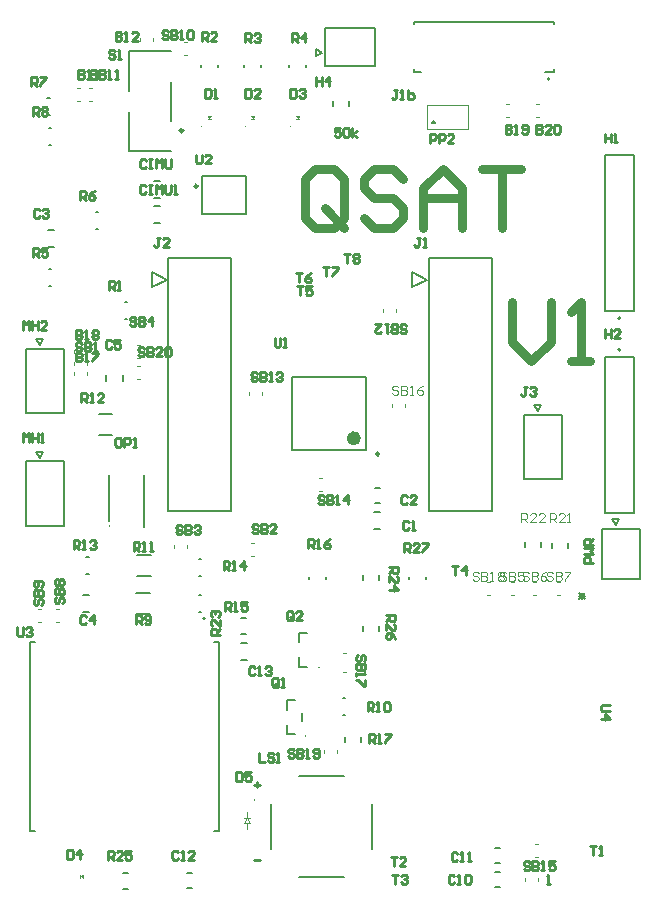
<source format=gto>
G04*
G04 #@! TF.GenerationSoftware,Altium Limited,Altium Designer,25.0.2 (28)*
G04*
G04 Layer_Color=65535*
%FSLAX44Y44*%
%MOMM*%
G71*
G04*
G04 #@! TF.SameCoordinates,2A483E41-FD86-4516-B0ED-3C6593A289C4*
G04*
G04*
G04 #@! TF.FilePolarity,Positive*
G04*
G01*
G75*
%ADD10C,0.2794*%
%ADD11C,0.2500*%
%ADD12C,0.1000*%
%ADD13C,0.2000*%
%ADD14C,0.6000*%
%ADD15C,0.1270*%
%ADD16C,0.1500*%
%ADD17C,0.1524*%
%ADD18C,0.2540*%
%ADD19C,0.7500*%
D10*
X150704Y652888D02*
G03*
X150704Y652888I-1414J0D01*
G01*
D11*
X162840Y605905D02*
G03*
X162840Y605905I-1250J0D01*
G01*
X316700Y379160D02*
G03*
X316700Y379160I-1250J0D01*
G01*
D12*
X57404Y27940D02*
G03*
X57404Y27940I-254J0D01*
G01*
X241554Y656590D02*
G03*
X241554Y656590I-254J0D01*
G01*
X203454D02*
G03*
X203454Y656590I-254J0D01*
G01*
X166624Y656710D02*
G03*
X166624Y656710I-254J0D01*
G01*
X113880Y729000D02*
Y731500D01*
X124880Y729000D02*
Y731500D01*
X63246Y20388D02*
Y22928D01*
X63840Y21658D02*
X66040Y20388D01*
Y22928D01*
X63840Y21658D02*
X66040Y22928D01*
X285770Y194100D02*
X288270D01*
X285770Y210600D02*
X288270D01*
X451270Y17800D02*
Y20300D01*
X440270Y17800D02*
Y20300D01*
X151150Y728130D02*
X153650D01*
X151150Y717130D02*
X153650D01*
X246312Y665480D02*
X247582Y663280D01*
X246312Y665480D02*
X248852D01*
X247582Y663280D02*
X248852Y665480D01*
X246312Y662686D02*
X248852D01*
X208212Y665480D02*
X209482Y663280D01*
X208212Y665480D02*
X210752D01*
X209482Y663280D02*
X210752Y665480D01*
X208212Y662686D02*
X210752D01*
X171382Y662806D02*
X173922D01*
X172652Y663400D02*
X173922Y665600D01*
X171382D02*
X173922D01*
X171382D02*
X172652Y663400D01*
X43200Y237070D02*
X45700D01*
X43200Y248070D02*
X45700D01*
X281300Y125750D02*
Y128250D01*
X270300Y125750D02*
Y128250D01*
X265450Y347560D02*
X267950D01*
X265450Y358560D02*
X267950D01*
X391900Y654040D02*
Y674540D01*
X357400Y654040D02*
X391900D01*
X357400D02*
Y674540D01*
X391900D01*
X424200Y675000D02*
X426700D01*
X424200Y664000D02*
X426700D01*
X201930Y66548D02*
X204470Y70947D01*
X201930Y66548D02*
X207010D01*
X204470Y70947D02*
X207010Y66548D01*
X201930Y71120D02*
X207010D01*
X204470Y61468D02*
Y66548D01*
Y70612D02*
Y75692D01*
X60980Y688760D02*
X63480D01*
X60980Y677760D02*
X63480D01*
X27960Y237070D02*
X30460D01*
X27960Y248070D02*
X30460D01*
X111780Y460380D02*
X114280D01*
X111780Y471380D02*
X114280D01*
X154090Y299740D02*
Y302240D01*
X143090Y299740D02*
Y302240D01*
X208300Y303950D02*
X210800D01*
X208300Y292950D02*
X210800D01*
X69000Y454680D02*
Y457180D01*
X58000Y454680D02*
Y457180D01*
X69000Y464840D02*
Y467340D01*
X58000Y464840D02*
Y467340D01*
X69000Y445790D02*
Y448290D01*
X58000Y445790D02*
Y448290D01*
X448330Y37890D02*
X450830D01*
X448330Y48890D02*
X450830D01*
X407690Y259930D02*
X410190D01*
X407690Y270930D02*
X410190D01*
X428010Y270720D02*
X430510D01*
X428010Y259720D02*
X430510D01*
X447060Y270930D02*
X449560D01*
X447060Y259930D02*
X449560D01*
X467380Y270930D02*
X469880D01*
X467380Y259930D02*
X469880D01*
X319620Y499130D02*
Y501630D01*
X330620Y499130D02*
Y501630D01*
X449600Y675000D02*
X452100D01*
X449600Y664000D02*
X452100D01*
X111780Y453810D02*
X114280D01*
X111780Y442810D02*
X114280D01*
X327450Y419120D02*
Y421620D01*
X338450Y419120D02*
Y421620D01*
X206590Y429280D02*
Y431780D01*
X217590Y429280D02*
Y431780D01*
X71140Y677760D02*
X73640D01*
X71140Y688760D02*
X73640D01*
X461153Y321371D02*
Y328869D01*
X464902D01*
X466151Y327619D01*
Y325120D01*
X464902Y323870D01*
X461153D01*
X463652D02*
X466151Y321371D01*
X473649D02*
X468650D01*
X473649Y326370D01*
Y327619D01*
X472399Y328869D01*
X469900D01*
X468650Y327619D01*
X476148Y321371D02*
X478647D01*
X477398D01*
Y328869D01*
X476148Y327619D01*
X437043Y321371D02*
Y328869D01*
X440792D01*
X442042Y327619D01*
Y325120D01*
X440792Y323870D01*
X437043D01*
X439542D02*
X442042Y321371D01*
X449539D02*
X444541D01*
X449539Y326370D01*
Y327619D01*
X448290Y328869D01*
X445790D01*
X444541Y327619D01*
X457037Y321371D02*
X452038D01*
X457037Y326370D01*
Y327619D01*
X455787Y328869D01*
X453288D01*
X452038Y327619D01*
X400818Y278089D02*
X399568Y279339D01*
X397069D01*
X395819Y278089D01*
Y276840D01*
X397069Y275590D01*
X399568D01*
X400818Y274340D01*
Y273091D01*
X399568Y271841D01*
X397069D01*
X395819Y273091D01*
X403317Y279339D02*
Y271841D01*
X407066D01*
X408315Y273091D01*
Y274340D01*
X407066Y275590D01*
X403317D01*
X407066D01*
X408315Y276840D01*
Y278089D01*
X407066Y279339D01*
X403317D01*
X410814Y271841D02*
X413314D01*
X412064D01*
Y279339D01*
X410814Y278089D01*
X417062D02*
X418312Y279339D01*
X420811D01*
X422061Y278089D01*
Y276840D01*
X420811Y275590D01*
X422061Y274340D01*
Y273091D01*
X420811Y271841D01*
X418312D01*
X417062Y273091D01*
Y274340D01*
X418312Y275590D01*
X417062Y276840D01*
Y278089D01*
X418312Y275590D02*
X420811D01*
X332912Y435508D02*
X331663Y436758D01*
X329164D01*
X327914Y435508D01*
Y434258D01*
X329164Y433009D01*
X331663D01*
X332912Y431759D01*
Y430510D01*
X331663Y429260D01*
X329164D01*
X327914Y430510D01*
X335412Y436758D02*
Y429260D01*
X339160D01*
X340410Y430510D01*
Y431759D01*
X339160Y433009D01*
X335412D01*
X339160D01*
X340410Y434258D01*
Y435508D01*
X339160Y436758D01*
X335412D01*
X342909Y429260D02*
X345408D01*
X344159D01*
Y436758D01*
X342909Y435508D01*
X354156Y436758D02*
X351656Y435508D01*
X349157Y433009D01*
Y430510D01*
X350407Y429260D01*
X352906D01*
X354156Y430510D01*
Y431759D01*
X352906Y433009D01*
X349157D01*
X463632Y278089D02*
X462382Y279339D01*
X459883D01*
X458633Y278089D01*
Y276840D01*
X459883Y275590D01*
X462382D01*
X463632Y274340D01*
Y273091D01*
X462382Y271841D01*
X459883D01*
X458633Y273091D01*
X466131Y279339D02*
Y271841D01*
X469880D01*
X471129Y273091D01*
Y274340D01*
X469880Y275590D01*
X466131D01*
X469880D01*
X471129Y276840D01*
Y278089D01*
X469880Y279339D01*
X466131D01*
X473628D02*
X478627D01*
Y278089D01*
X473628Y273091D01*
Y271841D01*
X443312Y278089D02*
X442062Y279339D01*
X439563D01*
X438313Y278089D01*
Y276840D01*
X439563Y275590D01*
X442062D01*
X443312Y274340D01*
Y273091D01*
X442062Y271841D01*
X439563D01*
X438313Y273091D01*
X445811Y279339D02*
Y271841D01*
X449560D01*
X450809Y273091D01*
Y274340D01*
X449560Y275590D01*
X445811D01*
X449560D01*
X450809Y276840D01*
Y278089D01*
X449560Y279339D01*
X445811D01*
X458307D02*
X455808Y278089D01*
X453308Y275590D01*
Y273091D01*
X454558Y271841D01*
X457057D01*
X458307Y273091D01*
Y274340D01*
X457057Y275590D01*
X453308D01*
X424262Y278089D02*
X423012Y279339D01*
X420513D01*
X419263Y278089D01*
Y276840D01*
X420513Y275590D01*
X423012D01*
X424262Y274340D01*
Y273091D01*
X423012Y271841D01*
X420513D01*
X419263Y273091D01*
X426761Y279339D02*
Y271841D01*
X430510D01*
X431759Y273091D01*
Y274340D01*
X430510Y275590D01*
X426761D01*
X430510D01*
X431759Y276840D01*
Y278089D01*
X430510Y279339D01*
X426761D01*
X439257D02*
X434258D01*
Y275590D01*
X436758Y276840D01*
X438007D01*
X439257Y275590D01*
Y273091D01*
X438007Y271841D01*
X435508D01*
X434258Y273091D01*
D13*
X169430Y239710D02*
G03*
X169430Y239710I-1000J0D01*
G01*
X88392Y318008D02*
G03*
X88392Y318008I-254J0D01*
G01*
X461210Y696550D02*
G03*
X461210Y696550I-1000J0D01*
G01*
X211074Y86106D02*
G03*
X211074Y86106I-254J0D01*
G01*
X521000Y493870D02*
G03*
X521000Y493870I-1000J0D01*
G01*
Y467520D02*
G03*
X521000Y467520I-1000J0D01*
G01*
X265430Y198374D02*
G03*
X265430Y198374I-254J0D01*
G01*
X254364Y140210D02*
G03*
X254364Y140210I-254J0D01*
G01*
X167090Y582655D02*
Y614155D01*
Y582655D02*
X203590D01*
Y614155D01*
X167090D02*
X203590D01*
X243200Y444410D02*
X305200D01*
X243200Y382410D02*
X305200D01*
X243200D02*
Y444410D01*
X305200Y382410D02*
Y444410D01*
X507950Y500370D02*
X532050D01*
X507950Y632470D02*
X532050D01*
X507950Y500370D02*
Y632470D01*
X532050Y500370D02*
Y632470D01*
X507950Y461020D02*
X532050D01*
X507950Y328920D02*
X532050D01*
Y461020D01*
X507950Y328920D02*
Y461020D01*
D14*
X298200Y392410D02*
G03*
X298200Y392410I-3000J0D01*
G01*
D15*
X291084Y674118D02*
Y678182D01*
X277876Y674118D02*
Y678182D01*
X270950Y707570D02*
Y739570D01*
X313450Y707570D02*
Y739570D01*
X270950D02*
X313450D01*
X270950Y707570D02*
X313450D01*
X262950Y715820D02*
X267950Y718820D01*
X262950Y721820D02*
X267950Y718820D01*
X262950Y715820D02*
Y721820D01*
X254850Y706390D02*
Y708390D01*
X240450Y706390D02*
Y708390D01*
X202350Y706390D02*
Y708390D01*
X216750Y706390D02*
Y708390D01*
X104620Y635280D02*
Y668980D01*
Y686580D02*
Y720280D01*
Y635280D02*
X140620D01*
X104620Y720280D02*
X140620D01*
Y661180D02*
Y694380D01*
X199390Y204890D02*
X204470D01*
X199390Y219290D02*
X204470D01*
X447850Y420310D02*
X453850D01*
X450850Y415310D02*
X453850Y420310D01*
X447850D02*
X450850Y415310D01*
X439350Y357560D02*
X471350D01*
Y412310D01*
X439350D02*
X471350D01*
X439350Y357560D02*
Y412310D01*
X20930Y59710D02*
Y219710D01*
X180930Y59710D02*
Y219710D01*
X20930Y59710D02*
X25230D01*
X176630D02*
X180930D01*
X20930Y219710D02*
X25230D01*
X176630D02*
X180930D01*
X342050Y273320D02*
Y275320D01*
X356450Y273320D02*
Y275320D01*
X316484Y272288D02*
Y276352D01*
X303276Y272288D02*
Y276352D01*
X414528Y12700D02*
X418592D01*
X414528Y25400D02*
X418592D01*
X414528Y45720D02*
X418592D01*
X414528Y33020D02*
X418592D01*
X179920Y706390D02*
Y708390D01*
X165520Y706390D02*
Y708390D01*
X111580Y275680D02*
X123180D01*
X111580Y293280D02*
X123180D01*
X111040Y243930D02*
X122640D01*
X111040Y261530D02*
X122640D01*
X68850Y291680D02*
X70850D01*
X68850Y277280D02*
X70850D01*
X66040Y245530D02*
X71120D01*
X66040Y259930D02*
X71120D01*
X288036Y135128D02*
Y139192D01*
X301244Y135128D02*
Y139192D01*
X286020Y172300D02*
X288020D01*
X286020Y157900D02*
X288020D01*
X505640Y315790D02*
X537640D01*
X505640Y273290D02*
X537640D01*
Y315790D01*
X505640Y273290D02*
Y315790D01*
X513890Y323790D02*
X516890Y318790D01*
X519890Y323790D01*
X513890D02*
X519890D01*
X476504Y299718D02*
Y303782D01*
X463296Y299718D02*
Y303782D01*
X440436Y300228D02*
Y304292D01*
X453644Y300228D02*
Y304292D01*
X199898Y227076D02*
X203962D01*
X199898Y240284D02*
X203962D01*
X87885Y322072D02*
Y361188D01*
X117857Y317442D02*
Y361442D01*
X312420Y315380D02*
X317500D01*
X312420Y329780D02*
X317500D01*
X313438Y337820D02*
X317502D01*
X313438Y350520D02*
X317502D01*
X346550Y744900D02*
X464650D01*
X346550Y702900D02*
X352400D01*
X346550D02*
Y704900D01*
X457400Y702900D02*
X464660D01*
Y704900D01*
X346550Y742900D02*
Y744900D01*
X464650Y742900D02*
Y744900D01*
X126240Y588860D02*
X131320D01*
X126240Y574460D02*
X131320D01*
X37100Y640500D02*
X39100D01*
X37100Y654900D02*
X39100D01*
X303276Y229108D02*
Y233172D01*
X316484Y229108D02*
Y233172D01*
X79290Y412660D02*
X90890D01*
X79290Y395060D02*
X90890D01*
X164100Y290410D02*
X166100D01*
X164100Y276010D02*
X166100D01*
X248970Y106254D02*
X286970D01*
X248970Y21254D02*
X286970D01*
X310470Y44754D02*
Y82754D01*
X225470Y44754D02*
Y82754D01*
X164100Y259930D02*
X166100D01*
X164100Y245530D02*
X166100D01*
X17710Y318190D02*
Y372940D01*
X49710D01*
Y318190D02*
Y372940D01*
X17710Y318190D02*
X49710D01*
X26210Y380940D02*
X29210Y375940D01*
X32210Y380940D01*
X26210D02*
X32210D01*
X126490Y596050D02*
X131570D01*
X126490Y610450D02*
X131570D01*
X271360Y273320D02*
Y275320D01*
X256960Y273320D02*
Y275320D01*
X35830Y665900D02*
X37830D01*
X35830Y680300D02*
X37830D01*
X101360Y507580D02*
X103360D01*
X101360Y493180D02*
X103360D01*
X37100Y535520D02*
X39100D01*
X37100Y521120D02*
X39100D01*
X76980Y569380D02*
X78980D01*
X76980Y583780D02*
X78980D01*
X26210Y476190D02*
X32210D01*
X29210Y471190D02*
X32210Y476190D01*
X26210D02*
X29210Y471190D01*
X17710Y413440D02*
X49710D01*
Y468190D01*
X17710D02*
X49710D01*
X17710Y413440D02*
Y468190D01*
X99568Y24384D02*
X103632D01*
X99568Y11176D02*
X103632D01*
X248770Y198860D02*
Y207160D01*
Y219560D02*
Y227860D01*
X255470D01*
X248770Y198860D02*
X255470D01*
X238610Y141710D02*
X245310D01*
X238610Y170710D02*
X245310D01*
X238610Y162410D02*
Y170710D01*
Y141710D02*
Y150010D01*
X251610Y152908D02*
Y159512D01*
X154178Y11430D02*
X158242D01*
X154178Y24130D02*
X158242D01*
X85510Y440690D02*
Y445770D01*
X99910Y440690D02*
Y445770D01*
X36320Y568540D02*
X41400D01*
X36320Y554140D02*
X41400D01*
D16*
X362650Y661040D02*
X364150Y659540D01*
X361150D02*
X364150D01*
X361150D02*
X362650Y661040D01*
X491188Y261470D02*
X486189Y256472D01*
Y261470D02*
X491188Y256472D01*
X488689Y261470D02*
Y256472D01*
X486189Y258971D02*
X491188D01*
D17*
X138130Y330582D02*
X191470D01*
X138130D02*
Y544958D01*
X191470D01*
Y330582D02*
Y544958D01*
X124160Y533020D02*
X136860Y526670D01*
X124160Y520320D02*
Y533020D01*
Y520320D02*
X136860Y526670D01*
X358530Y330582D02*
X411870D01*
X358530D02*
Y544958D01*
X411870D01*
Y330582D02*
Y544958D01*
X344560Y533020D02*
X357260Y526670D01*
X344560Y520320D02*
Y533020D01*
Y520320D02*
X357260Y526670D01*
D18*
X283916Y655259D02*
X278918D01*
Y651510D01*
X281417Y652760D01*
X282667D01*
X283916Y651510D01*
Y649011D01*
X282667Y647761D01*
X280168D01*
X278918Y649011D01*
X286416Y654009D02*
X287665Y655259D01*
X290164D01*
X291414Y654009D01*
Y649011D01*
X290164Y647761D01*
X287665D01*
X286416Y649011D01*
Y654009D01*
X293913Y647761D02*
Y655259D01*
Y650260D02*
X297662Y652760D01*
X293913Y650260D02*
X297662Y647761D01*
X262992Y698439D02*
Y690941D01*
Y694690D01*
X267990D01*
Y698439D01*
Y690941D01*
X274238D02*
Y698439D01*
X270490Y694690D01*
X275488D01*
X242672Y727771D02*
Y735269D01*
X246421D01*
X247670Y734019D01*
Y731520D01*
X246421Y730270D01*
X242672D01*
X245171D02*
X247670Y727771D01*
X253918D02*
Y735269D01*
X250170Y731520D01*
X255168D01*
X203302Y727771D02*
Y735269D01*
X207051D01*
X208300Y734019D01*
Y731520D01*
X207051Y730270D01*
X203302D01*
X205801D02*
X208300Y727771D01*
X210800Y734019D02*
X212049Y735269D01*
X214548D01*
X215798Y734019D01*
Y732770D01*
X214548Y731520D01*
X213299D01*
X214548D01*
X215798Y730270D01*
Y729021D01*
X214548Y727771D01*
X212049D01*
X210800Y729021D01*
X93498Y736539D02*
Y729041D01*
X97247D01*
X98496Y730291D01*
Y731540D01*
X97247Y732790D01*
X93498D01*
X97247D01*
X98496Y734040D01*
Y735289D01*
X97247Y736539D01*
X93498D01*
X100996Y729041D02*
X103495D01*
X102245D01*
Y736539D01*
X100996Y735289D01*
X112242Y729041D02*
X107244D01*
X112242Y734040D01*
Y735289D01*
X110992Y736539D01*
X108493D01*
X107244Y735289D01*
X92710Y720049D02*
X91460Y721299D01*
X88961D01*
X87712Y720049D01*
Y718800D01*
X88961Y717550D01*
X91460D01*
X92710Y716300D01*
Y715051D01*
X91460Y713801D01*
X88961D01*
X87712Y715051D01*
X95209Y713801D02*
X97708D01*
X96459D01*
Y721299D01*
X95209Y720049D01*
X211526Y198079D02*
X210277Y199329D01*
X207778D01*
X206528Y198079D01*
Y193081D01*
X207778Y191831D01*
X210277D01*
X211526Y193081D01*
X214026Y191831D02*
X216525D01*
X215275D01*
Y199329D01*
X214026Y198079D01*
X220274D02*
X221523Y199329D01*
X224022D01*
X225272Y198079D01*
Y196830D01*
X224022Y195580D01*
X222773D01*
X224022D01*
X225272Y194330D01*
Y193081D01*
X224022Y191831D01*
X221523D01*
X220274Y193081D01*
X441624Y435996D02*
X439125D01*
X440375D01*
Y429748D01*
X439125Y428498D01*
X437876D01*
X436626Y429748D01*
X444124Y434746D02*
X445373Y435996D01*
X447872D01*
X449122Y434746D01*
Y433496D01*
X447872Y432247D01*
X446623D01*
X447872D01*
X449122Y430997D01*
Y429748D01*
X447872Y428498D01*
X445373D01*
X444124Y429748D01*
X161544Y632592D02*
Y626344D01*
X162794Y625094D01*
X165293D01*
X166542Y626344D01*
Y632592D01*
X174040Y625094D02*
X169042D01*
X174040Y630092D01*
Y631342D01*
X172790Y632592D01*
X170291D01*
X169042Y631342D01*
X52578Y43820D02*
Y36322D01*
X56327D01*
X57576Y37572D01*
Y42570D01*
X56327Y43820D01*
X52578D01*
X63824Y36322D02*
Y43820D01*
X60076Y40071D01*
X65074D01*
X10192Y232369D02*
Y226121D01*
X11442Y224871D01*
X13941D01*
X15191Y226121D01*
Y232369D01*
X17690Y231119D02*
X18940Y232369D01*
X21439D01*
X22688Y231119D01*
Y229869D01*
X21439Y228620D01*
X20189D01*
X21439D01*
X22688Y227370D01*
Y226121D01*
X21439Y224871D01*
X18940D01*
X17690Y226121D01*
X303489Y203702D02*
X304739Y204952D01*
Y207451D01*
X303489Y208701D01*
X302240D01*
X300990Y207451D01*
Y204952D01*
X299740Y203702D01*
X298491D01*
X297241Y204952D01*
Y207451D01*
X298491Y208701D01*
X304739Y201203D02*
X297241D01*
Y197454D01*
X298491Y196205D01*
X299740D01*
X300990Y197454D01*
Y201203D01*
Y197454D01*
X302240Y196205D01*
X303489D01*
X304739Y197454D01*
Y201203D01*
X297241Y193706D02*
Y191206D01*
Y192456D01*
X304739D01*
X303489Y193706D01*
X304739Y187458D02*
Y182459D01*
X303489D01*
X298491Y187458D01*
X297241D01*
X337983Y295971D02*
Y303469D01*
X341732D01*
X342982Y302219D01*
Y299720D01*
X341732Y298470D01*
X337983D01*
X340482D02*
X342982Y295971D01*
X350479D02*
X345481D01*
X350479Y300970D01*
Y302219D01*
X349230Y303469D01*
X346730D01*
X345481Y302219D01*
X352978Y303469D02*
X357977D01*
Y302219D01*
X352978Y297221D01*
Y295971D01*
X325181Y283047D02*
X332679D01*
Y279298D01*
X331429Y278048D01*
X328930D01*
X327680Y279298D01*
Y283047D01*
Y280548D02*
X325181Y278048D01*
Y270551D02*
Y275549D01*
X330180Y270551D01*
X331429D01*
X332679Y271800D01*
Y274300D01*
X331429Y275549D01*
X325181Y264303D02*
X332679D01*
X328930Y268052D01*
Y263053D01*
X458490Y15301D02*
X460990D01*
X459740D01*
Y22799D01*
X458490Y21549D01*
X380436D02*
X379187Y22799D01*
X376688D01*
X375438Y21549D01*
Y16551D01*
X376688Y15301D01*
X379187D01*
X380436Y16551D01*
X382936Y15301D02*
X385435D01*
X384185D01*
Y22799D01*
X382936Y21549D01*
X389184D02*
X390433Y22799D01*
X392932D01*
X394182Y21549D01*
Y16551D01*
X392932Y15301D01*
X390433D01*
X389184Y16551D01*
Y21549D01*
X382956Y40599D02*
X381706Y41849D01*
X379207D01*
X377958Y40599D01*
Y35601D01*
X379207Y34351D01*
X381706D01*
X382956Y35601D01*
X385455Y34351D02*
X387954D01*
X386705D01*
Y41849D01*
X385455Y40599D01*
X391703Y34351D02*
X394202D01*
X392953D01*
Y41849D01*
X391703Y40599D01*
X327762Y22799D02*
X332760D01*
X330261D01*
Y15301D01*
X335260Y21549D02*
X336509Y22799D01*
X339008D01*
X340258Y21549D01*
Y20300D01*
X339008Y19050D01*
X337759D01*
X339008D01*
X340258Y17800D01*
Y16551D01*
X339008Y15301D01*
X336509D01*
X335260Y16551D01*
X326492Y38039D02*
X331490D01*
X328991D01*
Y30541D01*
X338988D02*
X333990D01*
X338988Y35540D01*
Y36789D01*
X337738Y38039D01*
X335239D01*
X333990Y36789D01*
X166472Y729041D02*
Y736539D01*
X170221D01*
X171470Y735289D01*
Y732790D01*
X170221Y731540D01*
X166472D01*
X168971D02*
X171470Y729041D01*
X178968D02*
X173970D01*
X178968Y734040D01*
Y735289D01*
X177718Y736539D01*
X175219D01*
X173970Y735289D01*
X137928Y736559D02*
X136678Y737809D01*
X134179D01*
X132929Y736559D01*
Y735310D01*
X134179Y734060D01*
X136678D01*
X137928Y732810D01*
Y731561D01*
X136678Y730311D01*
X134179D01*
X132929Y731561D01*
X140427Y737809D02*
Y730311D01*
X144176D01*
X145425Y731561D01*
Y732810D01*
X144176Y734060D01*
X140427D01*
X144176D01*
X145425Y735310D01*
Y736559D01*
X144176Y737809D01*
X140427D01*
X147924Y730311D02*
X150424D01*
X149174D01*
Y737809D01*
X147924Y736559D01*
X154172D02*
X155422Y737809D01*
X157921D01*
X159171Y736559D01*
Y731561D01*
X157921Y730311D01*
X155422D01*
X154172Y731561D01*
Y736559D01*
X241402Y688279D02*
Y680781D01*
X245151D01*
X246400Y682031D01*
Y687029D01*
X245151Y688279D01*
X241402D01*
X248900Y687029D02*
X250149Y688279D01*
X252648D01*
X253898Y687029D01*
Y685780D01*
X252648Y684530D01*
X251399D01*
X252648D01*
X253898Y683280D01*
Y682031D01*
X252648Y680781D01*
X250149D01*
X248900Y682031D01*
X203302Y688279D02*
Y680781D01*
X207051D01*
X208300Y682031D01*
Y687029D01*
X207051Y688279D01*
X203302D01*
X215798Y680781D02*
X210800D01*
X215798Y685780D01*
Y687029D01*
X214548Y688279D01*
X212049D01*
X210800Y687029D01*
X168992Y688279D02*
Y680781D01*
X172740D01*
X173990Y682031D01*
Y687029D01*
X172740Y688279D01*
X168992D01*
X176489Y680781D02*
X178988D01*
X177739D01*
Y688279D01*
X176489Y687029D01*
X108718Y297241D02*
Y304739D01*
X112466D01*
X113716Y303489D01*
Y300990D01*
X112466Y299740D01*
X108718D01*
X111217D02*
X113716Y297241D01*
X116215D02*
X118714D01*
X117465D01*
Y304739D01*
X116215Y303489D01*
X122463Y297241D02*
X124962D01*
X123713D01*
Y304739D01*
X122463Y303489D01*
X110592Y235011D02*
Y242509D01*
X114341D01*
X115590Y241259D01*
Y238760D01*
X114341Y237510D01*
X110592D01*
X113091D02*
X115590Y235011D01*
X118090Y236261D02*
X119339Y235011D01*
X121838D01*
X123088Y236261D01*
Y241259D01*
X121838Y242509D01*
X119339D01*
X118090Y241259D01*
Y240010D01*
X119339Y238760D01*
X123088D01*
X57938Y298511D02*
Y306009D01*
X61687D01*
X62936Y304759D01*
Y302260D01*
X61687Y301010D01*
X57938D01*
X60437D02*
X62936Y298511D01*
X65436D02*
X67935D01*
X66685D01*
Y306009D01*
X65436Y304759D01*
X71684D02*
X72933Y306009D01*
X75432D01*
X76682Y304759D01*
Y303510D01*
X75432Y302260D01*
X74183D01*
X75432D01*
X76682Y301010D01*
Y299761D01*
X75432Y298511D01*
X72933D01*
X71684Y299761D01*
X68600Y241259D02*
X67351Y242509D01*
X64852D01*
X63602Y241259D01*
Y236261D01*
X64852Y235011D01*
X67351D01*
X68600Y236261D01*
X74848Y235011D02*
Y242509D01*
X71100Y238760D01*
X76098D01*
X43221Y257892D02*
X41971Y256642D01*
Y254143D01*
X43221Y252893D01*
X44470D01*
X45720Y254143D01*
Y256642D01*
X46970Y257892D01*
X48219D01*
X49469Y256642D01*
Y254143D01*
X48219Y252893D01*
X41971Y260391D02*
X49469D01*
Y264140D01*
X48219Y265389D01*
X46970D01*
X45720Y264140D01*
Y260391D01*
Y264140D01*
X44470Y265389D01*
X43221D01*
X41971Y264140D01*
Y260391D01*
X43221Y267888D02*
X41971Y269138D01*
Y271637D01*
X43221Y272887D01*
X44470D01*
X45720Y271637D01*
X46970Y272887D01*
X48219D01*
X49469Y271637D01*
Y269138D01*
X48219Y267888D01*
X46970D01*
X45720Y269138D01*
X44470Y267888D01*
X43221D01*
X45720Y269138D02*
Y271637D01*
X308128Y134681D02*
Y142179D01*
X311877D01*
X313126Y140929D01*
Y138430D01*
X311877Y137180D01*
X308128D01*
X310627D02*
X313126Y134681D01*
X315626D02*
X318125D01*
X316875D01*
Y142179D01*
X315626Y140929D01*
X321874Y142179D02*
X326872D01*
Y140929D01*
X321874Y135931D01*
Y134681D01*
X306858Y161351D02*
Y168849D01*
X310607D01*
X311856Y167599D01*
Y165100D01*
X310607Y163850D01*
X306858D01*
X309357D02*
X311856Y161351D01*
X314356D02*
X316855D01*
X315605D01*
Y168849D01*
X314356Y167599D01*
X320604D02*
X321853Y168849D01*
X324352D01*
X325602Y167599D01*
Y162601D01*
X324352Y161351D01*
X321853D01*
X320604Y162601D01*
Y167599D01*
X244608Y128229D02*
X243358Y129479D01*
X240859D01*
X239609Y128229D01*
Y126980D01*
X240859Y125730D01*
X243358D01*
X244608Y124480D01*
Y123231D01*
X243358Y121981D01*
X240859D01*
X239609Y123231D01*
X247107Y129479D02*
Y121981D01*
X250856D01*
X252105Y123231D01*
Y124480D01*
X250856Y125730D01*
X247107D01*
X250856D01*
X252105Y126980D01*
Y128229D01*
X250856Y129479D01*
X247107D01*
X254604Y121981D02*
X257104D01*
X255854D01*
Y129479D01*
X254604Y128229D01*
X260852Y123231D02*
X262102Y121981D01*
X264601D01*
X265851Y123231D01*
Y128229D01*
X264601Y129479D01*
X262102D01*
X260852Y128229D01*
Y126980D01*
X262102Y125730D01*
X265851D01*
X511749Y166268D02*
X505501D01*
X504251Y165018D01*
Y162519D01*
X505501Y161270D01*
X511749D01*
X504251Y155022D02*
X511749D01*
X508000Y158770D01*
Y153772D01*
X497779Y287183D02*
X490281D01*
Y290932D01*
X491531Y292182D01*
X494030D01*
X495280Y290932D01*
Y287183D01*
X490281Y294681D02*
X497779D01*
X495280Y297180D01*
X497779Y299679D01*
X490281D01*
X497779Y302178D02*
X490281D01*
Y305927D01*
X491531Y307177D01*
X494030D01*
X495280Y305927D01*
Y302178D01*
Y304678D02*
X497779Y307177D01*
X495382Y46929D02*
X500380D01*
X497881D01*
Y39431D01*
X502879D02*
X505378D01*
X504129D01*
Y46929D01*
X502879Y45679D01*
X181549Y226223D02*
X174051D01*
Y229972D01*
X175301Y231222D01*
X177800D01*
X179050Y229972D01*
Y226223D01*
Y228722D02*
X181549Y231222D01*
Y238719D02*
Y233721D01*
X176550Y238719D01*
X175301D01*
X174051Y237470D01*
Y234970D01*
X175301Y233721D01*
Y241218D02*
X174051Y242468D01*
Y244967D01*
X175301Y246217D01*
X176550D01*
X177800Y244967D01*
Y243718D01*
Y244967D01*
X179050Y246217D01*
X180299D01*
X181549Y244967D01*
Y242468D01*
X180299Y241218D01*
X97126Y392922D02*
X94626D01*
X93377Y391672D01*
Y386674D01*
X94626Y385424D01*
X97126D01*
X98375Y386674D01*
Y391672D01*
X97126Y392922D01*
X100874Y385424D02*
Y392922D01*
X104623D01*
X105873Y391672D01*
Y389173D01*
X104623Y387923D01*
X100874D01*
X108372Y385424D02*
X110871D01*
X109622D01*
Y392922D01*
X108372Y391672D01*
X341630Y321269D02*
X340380Y322519D01*
X337881D01*
X336632Y321269D01*
Y316271D01*
X337881Y315021D01*
X340380D01*
X341630Y316271D01*
X344129Y315021D02*
X346628D01*
X345379D01*
Y322519D01*
X344129Y321269D01*
X340380Y342859D02*
X339131Y344109D01*
X336632D01*
X335382Y342859D01*
Y337861D01*
X336632Y336611D01*
X339131D01*
X340380Y337861D01*
X347878Y336611D02*
X342880D01*
X347878Y341610D01*
Y342859D01*
X346628Y344109D01*
X344129D01*
X342880Y342859D01*
X270008D02*
X268758Y344109D01*
X266259D01*
X265009Y342859D01*
Y341610D01*
X266259Y340360D01*
X268758D01*
X270008Y339110D01*
Y337861D01*
X268758Y336611D01*
X266259D01*
X265009Y337861D01*
X272507Y344109D02*
Y336611D01*
X276256D01*
X277505Y337861D01*
Y339110D01*
X276256Y340360D01*
X272507D01*
X276256D01*
X277505Y341610D01*
Y342859D01*
X276256Y344109D01*
X272507D01*
X280004Y336611D02*
X282504D01*
X281254D01*
Y344109D01*
X280004Y342859D01*
X290001Y336611D02*
Y344109D01*
X286252Y340360D01*
X291251D01*
X359573Y642681D02*
Y650179D01*
X363322D01*
X364572Y648929D01*
Y646430D01*
X363322Y645180D01*
X359573D01*
X367071Y642681D02*
Y650179D01*
X370820D01*
X372069Y648929D01*
Y646430D01*
X370820Y645180D01*
X367071D01*
X379567Y642681D02*
X374568D01*
X379567Y647680D01*
Y648929D01*
X378317Y650179D01*
X375818D01*
X374568Y648929D01*
X423698Y657799D02*
Y650301D01*
X427447D01*
X428696Y651551D01*
Y652800D01*
X427447Y654050D01*
X423698D01*
X427447D01*
X428696Y655300D01*
Y656549D01*
X427447Y657799D01*
X423698D01*
X431196Y650301D02*
X433695D01*
X432445D01*
Y657799D01*
X431196Y656549D01*
X437444Y651551D02*
X438693Y650301D01*
X441192D01*
X442442Y651551D01*
Y656549D01*
X441192Y657799D01*
X438693D01*
X437444Y656549D01*
Y655300D01*
X438693Y654050D01*
X442442D01*
X332176Y687009D02*
X329677D01*
X330927D01*
Y680761D01*
X329677Y679511D01*
X328428D01*
X327178Y680761D01*
X334676Y679511D02*
X337175D01*
X335925D01*
Y687009D01*
X334676Y685759D01*
X340924Y687009D02*
Y679511D01*
X344672D01*
X345922Y680761D01*
Y682010D01*
Y683260D01*
X344672Y684510D01*
X340924D01*
X195834Y109606D02*
Y102108D01*
X199583D01*
X200832Y103358D01*
Y108356D01*
X199583Y109606D01*
X195834D01*
X208330D02*
X203332D01*
Y105857D01*
X205831Y107106D01*
X207080D01*
X208330Y105857D01*
Y103358D01*
X207080Y102108D01*
X204581D01*
X203332Y103358D01*
X119044Y605688D02*
X117795Y606938D01*
X115296D01*
X114046Y605688D01*
Y600690D01*
X115296Y599440D01*
X117795D01*
X119044Y600690D01*
X121544Y606938D02*
X124043D01*
X122793D01*
Y599440D01*
X121544D01*
X124043D01*
X127792D02*
Y606938D01*
X130291Y604438D01*
X132790Y606938D01*
Y599440D01*
X135289Y606938D02*
Y600690D01*
X136539Y599440D01*
X139038D01*
X140288Y600690D01*
Y606938D01*
X142787Y599440D02*
X145286D01*
X144036D01*
Y606938D01*
X142787Y605688D01*
X210820Y35753D02*
X215818D01*
X210820Y99253D02*
X215818D01*
X213319Y101752D02*
Y96754D01*
X287122Y548579D02*
X292120D01*
X289621D01*
Y541081D01*
X294620Y547329D02*
X295869Y548579D01*
X298368D01*
X299618Y547329D01*
Y546080D01*
X298368Y544830D01*
X299618Y543580D01*
Y542331D01*
X298368Y541081D01*
X295869D01*
X294620Y542331D01*
Y543580D01*
X295869Y544830D01*
X294620Y546080D01*
Y547329D01*
X295869Y544830D02*
X298368D01*
X269342Y537149D02*
X274340D01*
X271841D01*
Y529651D01*
X276840Y537149D02*
X281838D01*
Y535899D01*
X276840Y530901D01*
Y529651D01*
X246482Y532069D02*
X251480D01*
X248981D01*
Y524571D01*
X258978Y532069D02*
X256479Y530819D01*
X253980Y528320D01*
Y525821D01*
X255229Y524571D01*
X257728D01*
X258978Y525821D01*
Y527070D01*
X257728Y528320D01*
X253980D01*
X247142Y521086D02*
X252140D01*
X249641D01*
Y513588D01*
X259638Y521086D02*
X254640D01*
Y517337D01*
X257139Y518586D01*
X258388D01*
X259638Y517337D01*
Y514838D01*
X258388Y513588D01*
X255889D01*
X254640Y514838D01*
X117774Y468274D02*
X116525Y469524D01*
X114026D01*
X112776Y468274D01*
Y467024D01*
X114026Y465775D01*
X116525D01*
X117774Y464525D01*
Y463276D01*
X116525Y462026D01*
X114026D01*
X112776Y463276D01*
X120274Y469524D02*
Y462026D01*
X124022D01*
X125272Y463276D01*
Y464525D01*
X124022Y465775D01*
X120274D01*
X124022D01*
X125272Y467024D01*
Y468274D01*
X124022Y469524D01*
X120274D01*
X132770Y462026D02*
X127771D01*
X132770Y467024D01*
Y468274D01*
X131520Y469524D01*
X129021D01*
X127771Y468274D01*
X135269D02*
X136518Y469524D01*
X139018D01*
X140267Y468274D01*
Y463276D01*
X139018Y462026D01*
X136518D01*
X135269Y463276D01*
Y468274D01*
X256540Y299212D02*
Y306710D01*
X260289D01*
X261538Y305460D01*
Y302961D01*
X260289Y301711D01*
X256540D01*
X259039D02*
X261538Y299212D01*
X264038D02*
X266537D01*
X265287D01*
Y306710D01*
X264038Y305460D01*
X275284Y306710D02*
X272785Y305460D01*
X270286Y302961D01*
Y300462D01*
X271535Y299212D01*
X274034D01*
X275284Y300462D01*
Y301711D01*
X274034Y302961D01*
X270286D01*
X186208Y246441D02*
Y253939D01*
X189957D01*
X191206Y252689D01*
Y250190D01*
X189957Y248940D01*
X186208D01*
X188707D02*
X191206Y246441D01*
X193706D02*
X196205D01*
X194955D01*
Y253939D01*
X193706Y252689D01*
X204952Y253939D02*
X199954D01*
Y250190D01*
X202453Y251440D01*
X203702D01*
X204952Y250190D01*
Y247691D01*
X203702Y246441D01*
X201203D01*
X199954Y247691D01*
X184938Y280731D02*
Y288229D01*
X188687D01*
X189936Y286979D01*
Y284480D01*
X188687Y283230D01*
X184938D01*
X187437D02*
X189936Y280731D01*
X192436D02*
X194935D01*
X193685D01*
Y288229D01*
X192436Y286979D01*
X202432Y280731D02*
Y288229D01*
X198684Y284480D01*
X203682D01*
X23368Y665480D02*
Y672978D01*
X27117D01*
X28366Y671728D01*
Y669229D01*
X27117Y667979D01*
X23368D01*
X25867D02*
X28366Y665480D01*
X30866Y671728D02*
X32115Y672978D01*
X34614D01*
X35864Y671728D01*
Y670478D01*
X34614Y669229D01*
X35864Y667979D01*
Y666730D01*
X34614Y665480D01*
X32115D01*
X30866Y666730D01*
Y667979D01*
X32115Y669229D01*
X30866Y670478D01*
Y671728D01*
X32115Y669229D02*
X34614D01*
X22098Y690880D02*
Y698378D01*
X25847D01*
X27096Y697128D01*
Y694629D01*
X25847Y693379D01*
X22098D01*
X24597D02*
X27096Y690880D01*
X29596Y698378D02*
X34594D01*
Y697128D01*
X29596Y692130D01*
Y690880D01*
X63246Y594360D02*
Y601858D01*
X66995D01*
X68244Y600608D01*
Y598109D01*
X66995Y596859D01*
X63246D01*
X65745D02*
X68244Y594360D01*
X75742Y601858D02*
X73243Y600608D01*
X70744Y598109D01*
Y595610D01*
X71993Y594360D01*
X74492D01*
X75742Y595610D01*
Y596859D01*
X74492Y598109D01*
X70744D01*
X23368Y546100D02*
Y553598D01*
X27117D01*
X28366Y552348D01*
Y549849D01*
X27117Y548599D01*
X23368D01*
X25867D02*
X28366Y546100D01*
X35864Y553598D02*
X30866D01*
Y549849D01*
X33365Y551098D01*
X34614D01*
X35864Y549849D01*
Y547350D01*
X34614Y546100D01*
X32115D01*
X30866Y547350D01*
X87630Y518160D02*
Y525658D01*
X91379D01*
X92628Y524408D01*
Y521909D01*
X91379Y520659D01*
X87630D01*
X90129D02*
X92628Y518160D01*
X95128D02*
X97627D01*
X96377D01*
Y525658D01*
X95128Y524408D01*
X507746Y484764D02*
Y477266D01*
Y481015D01*
X512744D01*
Y484764D01*
Y477266D01*
X520242D02*
X515244D01*
X520242Y482264D01*
Y483514D01*
X518992Y484764D01*
X516493D01*
X515244Y483514D01*
X507746Y650372D02*
Y642874D01*
Y646623D01*
X512744D01*
Y650372D01*
Y642874D01*
X515244D02*
X517743D01*
X516493D01*
Y650372D01*
X515244Y649122D01*
X214773Y125923D02*
Y118425D01*
X219771D01*
X227269Y124673D02*
X226019Y125923D01*
X223520D01*
X222270Y124673D01*
Y123424D01*
X223520Y122174D01*
X226019D01*
X227269Y120924D01*
Y119675D01*
X226019Y118425D01*
X223520D01*
X222270Y119675D01*
X229768Y118425D02*
X232267D01*
X231018D01*
Y125923D01*
X229768Y124673D01*
X14986Y484378D02*
Y491876D01*
X17485Y489376D01*
X19984Y491876D01*
Y484378D01*
X22484Y491876D02*
Y484378D01*
Y488127D01*
X27482D01*
Y491876D01*
Y484378D01*
X34980D02*
X29981D01*
X34980Y489376D01*
Y490626D01*
X33730Y491876D01*
X31231D01*
X29981Y490626D01*
X14986Y389128D02*
Y396626D01*
X17485Y394126D01*
X19984Y396626D01*
Y389128D01*
X22484Y396626D02*
Y389128D01*
Y392877D01*
X27482D01*
Y396626D01*
Y389128D01*
X29981D02*
X32480D01*
X31231D01*
Y396626D01*
X29981Y395376D01*
X228092Y477398D02*
Y471150D01*
X229342Y469900D01*
X231841D01*
X233090Y471150D01*
Y477398D01*
X235590Y469900D02*
X238089D01*
X236839D01*
Y477398D01*
X235590Y476148D01*
X378562Y284419D02*
X383560D01*
X381061D01*
Y276921D01*
X389808D02*
Y284419D01*
X386060Y280670D01*
X391058D01*
X443998Y32979D02*
X442748Y34229D01*
X440249D01*
X438999Y32979D01*
Y31730D01*
X440249Y30480D01*
X442748D01*
X443998Y29230D01*
Y27981D01*
X442748Y26731D01*
X440249D01*
X438999Y27981D01*
X446497Y34229D02*
Y26731D01*
X450246D01*
X451495Y27981D01*
Y29230D01*
X450246Y30480D01*
X446497D01*
X450246D01*
X451495Y31730D01*
Y32979D01*
X450246Y34229D01*
X446497D01*
X453994Y26731D02*
X456494D01*
X455244D01*
Y34229D01*
X453994Y32979D01*
X465241Y34229D02*
X460242D01*
Y30480D01*
X462742Y31730D01*
X463991D01*
X465241Y30480D01*
Y27981D01*
X463991Y26731D01*
X461492D01*
X460242Y27981D01*
X213532Y447192D02*
X212283Y448442D01*
X209784D01*
X208534Y447192D01*
Y445942D01*
X209784Y444693D01*
X212283D01*
X213532Y443443D01*
Y442194D01*
X212283Y440944D01*
X209784D01*
X208534Y442194D01*
X216032Y448442D02*
Y440944D01*
X219780D01*
X221030Y442194D01*
Y443443D01*
X219780Y444693D01*
X216032D01*
X219780D01*
X221030Y445942D01*
Y447192D01*
X219780Y448442D01*
X216032D01*
X223529Y440944D02*
X226028D01*
X224779D01*
Y448442D01*
X223529Y447192D01*
X229777D02*
X231027Y448442D01*
X233526D01*
X234776Y447192D01*
Y445942D01*
X233526Y444693D01*
X232276D01*
X233526D01*
X234776Y443443D01*
Y442194D01*
X233526Y440944D01*
X231027D01*
X229777Y442194D01*
X334512Y482641D02*
X335762Y481391D01*
X338261D01*
X339511Y482641D01*
Y483890D01*
X338261Y485140D01*
X335762D01*
X334512Y486390D01*
Y487639D01*
X335762Y488889D01*
X338261D01*
X339511Y487639D01*
X332013Y481391D02*
Y488889D01*
X328264D01*
X327015Y487639D01*
Y486390D01*
X328264Y485140D01*
X332013D01*
X328264D01*
X327015Y483890D01*
Y482641D01*
X328264Y481391D01*
X332013D01*
X324516Y488889D02*
X322016D01*
X323266D01*
Y481391D01*
X324516Y482641D01*
X313269Y488889D02*
X318268D01*
X313269Y483890D01*
Y482641D01*
X314519Y481391D01*
X317018D01*
X318268Y482641D01*
X77134Y703224D02*
X75885Y704474D01*
X73386D01*
X72136Y703224D01*
Y701974D01*
X73386Y700725D01*
X75885D01*
X77134Y699475D01*
Y698226D01*
X75885Y696976D01*
X73386D01*
X72136Y698226D01*
X79634Y704474D02*
Y696976D01*
X83382D01*
X84632Y698226D01*
Y699475D01*
X83382Y700725D01*
X79634D01*
X83382D01*
X84632Y701974D01*
Y703224D01*
X83382Y704474D01*
X79634D01*
X87131Y696976D02*
X89630D01*
X88381D01*
Y704474D01*
X87131Y703224D01*
X93379Y696976D02*
X95878D01*
X94629D01*
Y704474D01*
X93379Y703224D01*
X25441Y256622D02*
X24191Y255372D01*
Y252873D01*
X25441Y251623D01*
X26690D01*
X27940Y252873D01*
Y255372D01*
X29190Y256622D01*
X30439D01*
X31689Y255372D01*
Y252873D01*
X30439Y251623D01*
X24191Y259121D02*
X31689D01*
Y262870D01*
X30439Y264119D01*
X29190D01*
X27940Y262870D01*
Y259121D01*
Y262870D01*
X26690Y264119D01*
X25441D01*
X24191Y262870D01*
Y259121D01*
X30439Y266618D02*
X31689Y267868D01*
Y270367D01*
X30439Y271617D01*
X25441D01*
X24191Y270367D01*
Y267868D01*
X25441Y266618D01*
X26690D01*
X27940Y267868D01*
Y271617D01*
X110572Y493779D02*
X109322Y495029D01*
X106823D01*
X105573Y493779D01*
Y492530D01*
X106823Y491280D01*
X109322D01*
X110572Y490031D01*
Y488781D01*
X109322Y487531D01*
X106823D01*
X105573Y488781D01*
X113071Y495029D02*
Y487531D01*
X116820D01*
X118069Y488781D01*
Y490031D01*
X116820Y491280D01*
X113071D01*
X116820D01*
X118069Y492530D01*
Y493779D01*
X116820Y495029D01*
X113071D01*
X124317Y487531D02*
Y495029D01*
X120568Y491280D01*
X125567D01*
X150032Y317652D02*
X148783Y318902D01*
X146284D01*
X145034Y317652D01*
Y316402D01*
X146284Y315153D01*
X148783D01*
X150032Y313903D01*
Y312654D01*
X148783Y311404D01*
X146284D01*
X145034Y312654D01*
X152532Y318902D02*
Y311404D01*
X156280D01*
X157530Y312654D01*
Y313903D01*
X156280Y315153D01*
X152532D01*
X156280D01*
X157530Y316402D01*
Y317652D01*
X156280Y318902D01*
X152532D01*
X160029Y317652D02*
X161279Y318902D01*
X163778D01*
X165028Y317652D01*
Y316402D01*
X163778Y315153D01*
X162528D01*
X163778D01*
X165028Y313903D01*
Y312654D01*
X163778Y311404D01*
X161279D01*
X160029Y312654D01*
X214294Y318414D02*
X213045Y319664D01*
X210546D01*
X209296Y318414D01*
Y317164D01*
X210546Y315915D01*
X213045D01*
X214294Y314665D01*
Y313416D01*
X213045Y312166D01*
X210546D01*
X209296Y313416D01*
X216794Y319664D02*
Y312166D01*
X220542D01*
X221792Y313416D01*
Y314665D01*
X220542Y315915D01*
X216794D01*
X220542D01*
X221792Y317164D01*
Y318414D01*
X220542Y319664D01*
X216794D01*
X229290Y312166D02*
X224291D01*
X229290Y317164D01*
Y318414D01*
X228040Y319664D01*
X225541D01*
X224291Y318414D01*
X64942Y472592D02*
X63693Y473842D01*
X61194D01*
X59944Y472592D01*
Y471342D01*
X61194Y470093D01*
X63693D01*
X64942Y468843D01*
Y467594D01*
X63693Y466344D01*
X61194D01*
X59944Y467594D01*
X67442Y473842D02*
Y466344D01*
X71190D01*
X72440Y467594D01*
Y468843D01*
X71190Y470093D01*
X67442D01*
X71190D01*
X72440Y471342D01*
Y472592D01*
X71190Y473842D01*
X67442D01*
X74939Y466344D02*
X77438D01*
X76189D01*
Y473842D01*
X74939Y472592D01*
X322641Y242407D02*
X330139D01*
Y238658D01*
X328889Y237408D01*
X326390D01*
X325140Y238658D01*
Y242407D01*
Y239908D02*
X322641Y237408D01*
Y229911D02*
Y234909D01*
X327640Y229911D01*
X328889D01*
X330139Y231160D01*
Y233660D01*
X328889Y234909D01*
X330139Y222413D02*
X328889Y224912D01*
X326390Y227412D01*
X323891D01*
X322641Y226162D01*
Y223663D01*
X323891Y222413D01*
X325140D01*
X326390Y223663D01*
Y227412D01*
X86868Y35560D02*
Y43058D01*
X90617D01*
X91866Y41808D01*
Y39309D01*
X90617Y38059D01*
X86868D01*
X89367D02*
X91866Y35560D01*
X99364D02*
X94366D01*
X99364Y40558D01*
Y41808D01*
X98114Y43058D01*
X95615D01*
X94366Y41808D01*
X106862Y43058D02*
X101863D01*
Y39309D01*
X104362Y40558D01*
X105612D01*
X106862Y39309D01*
Y36810D01*
X105612Y35560D01*
X103113D01*
X101863Y36810D01*
X64516Y423164D02*
Y430662D01*
X68265D01*
X69514Y429412D01*
Y426913D01*
X68265Y425663D01*
X64516D01*
X67015D02*
X69514Y423164D01*
X72014D02*
X74513D01*
X73263D01*
Y430662D01*
X72014Y429412D01*
X83260Y423164D02*
X78262D01*
X83260Y428162D01*
Y429412D01*
X82010Y430662D01*
X79511D01*
X78262Y429412D01*
X243504Y239502D02*
Y244500D01*
X242255Y245750D01*
X239756D01*
X238506Y244500D01*
Y239502D01*
X239756Y238252D01*
X242255D01*
X241005Y240751D02*
X243504Y238252D01*
X242255D02*
X243504Y239502D01*
X251002Y238252D02*
X246004D01*
X251002Y243250D01*
Y244500D01*
X249752Y245750D01*
X247253D01*
X246004Y244500D01*
X231312Y183368D02*
Y188366D01*
X230063Y189616D01*
X227564D01*
X226314Y188366D01*
Y183368D01*
X227564Y182118D01*
X230063D01*
X228813Y184617D02*
X231312Y182118D01*
X230063D02*
X231312Y183368D01*
X233812Y182118D02*
X236311D01*
X235061D01*
Y189616D01*
X233812Y188366D01*
X130982Y562234D02*
X128483D01*
X129733D01*
Y555986D01*
X128483Y554736D01*
X127234D01*
X125984Y555986D01*
X138480Y554736D02*
X133482D01*
X138480Y559734D01*
Y560984D01*
X137230Y562234D01*
X134731D01*
X133482Y560984D01*
X351454Y562234D02*
X348955D01*
X350205D01*
Y555986D01*
X348955Y554736D01*
X347706D01*
X346456Y555986D01*
X353954Y554736D02*
X356453D01*
X355203D01*
Y562234D01*
X353954Y560984D01*
X119298Y627278D02*
X118049Y628528D01*
X115550D01*
X114300Y627278D01*
Y622280D01*
X115550Y621030D01*
X118049D01*
X119298Y622280D01*
X121798Y628528D02*
X124297D01*
X123047D01*
Y621030D01*
X121798D01*
X124297D01*
X128046D02*
Y628528D01*
X130545Y626028D01*
X133044Y628528D01*
Y621030D01*
X135543Y628528D02*
Y622280D01*
X136793Y621030D01*
X139292D01*
X140542Y622280D01*
Y628528D01*
X146476Y41808D02*
X145227Y43058D01*
X142728D01*
X141478Y41808D01*
Y36810D01*
X142728Y35560D01*
X145227D01*
X146476Y36810D01*
X148976Y35560D02*
X151475D01*
X150225D01*
Y43058D01*
X148976Y41808D01*
X160222Y35560D02*
X155224D01*
X160222Y40558D01*
Y41808D01*
X158972Y43058D01*
X156473D01*
X155224Y41808D01*
X90088Y474370D02*
X88839Y475620D01*
X86340D01*
X85090Y474370D01*
Y469372D01*
X86340Y468122D01*
X88839D01*
X90088Y469372D01*
X97586Y475620D02*
X92588D01*
Y471871D01*
X95087Y473120D01*
X96336D01*
X97586Y471871D01*
Y469372D01*
X96336Y468122D01*
X93837D01*
X92588Y469372D01*
X29128Y585368D02*
X27879Y586618D01*
X25380D01*
X24130Y585368D01*
Y580370D01*
X25380Y579120D01*
X27879D01*
X29128Y580370D01*
X31628Y585368D02*
X32877Y586618D01*
X35376D01*
X36626Y585368D01*
Y584118D01*
X35376Y582869D01*
X34127D01*
X35376D01*
X36626Y581619D01*
Y580370D01*
X35376Y579120D01*
X32877D01*
X31628Y580370D01*
X449743Y657799D02*
Y650301D01*
X453492D01*
X454742Y651551D01*
Y652800D01*
X453492Y654050D01*
X449743D01*
X453492D01*
X454742Y655300D01*
Y656549D01*
X453492Y657799D01*
X449743D01*
X462239Y650301D02*
X457241D01*
X462239Y655300D01*
Y656549D01*
X460990Y657799D01*
X458490D01*
X457241Y656549D01*
X464738D02*
X465988Y657799D01*
X468487D01*
X469737Y656549D01*
Y651551D01*
X468487Y650301D01*
X465988D01*
X464738Y651551D01*
Y656549D01*
X59944Y484002D02*
Y476504D01*
X63693D01*
X64942Y477754D01*
Y479003D01*
X63693Y480253D01*
X59944D01*
X63693D01*
X64942Y481502D01*
Y482752D01*
X63693Y484002D01*
X59944D01*
X67442Y476504D02*
X69941D01*
X68691D01*
Y484002D01*
X67442Y482752D01*
X73690D02*
X74939Y484002D01*
X77438D01*
X78688Y482752D01*
Y481502D01*
X77438Y480253D01*
X78688Y479003D01*
Y477754D01*
X77438Y476504D01*
X74939D01*
X73690Y477754D01*
Y479003D01*
X74939Y480253D01*
X73690Y481502D01*
Y482752D01*
X74939Y480253D02*
X77438D01*
X59944Y464952D02*
Y457454D01*
X63693D01*
X64942Y458704D01*
Y459953D01*
X63693Y461203D01*
X59944D01*
X63693D01*
X64942Y462452D01*
Y463702D01*
X63693Y464952D01*
X59944D01*
X67442Y457454D02*
X69941D01*
X68691D01*
Y464952D01*
X67442Y463702D01*
X73690Y464952D02*
X78688D01*
Y463702D01*
X73690Y458704D01*
Y457454D01*
X61976Y704474D02*
Y696976D01*
X65725D01*
X66974Y698226D01*
Y699475D01*
X65725Y700725D01*
X61976D01*
X65725D01*
X66974Y701974D01*
Y703224D01*
X65725Y704474D01*
X61976D01*
X69474Y696976D02*
X71973D01*
X70723D01*
Y704474D01*
X69474Y703224D01*
X75722Y696976D02*
X78221D01*
X76971D01*
Y704474D01*
X75722Y703224D01*
D19*
X428957Y507592D02*
Y474269D01*
X445619Y457608D01*
X462280Y474269D01*
Y507592D01*
X478941Y457608D02*
X495603D01*
X487272D01*
Y507592D01*
X478941Y499261D01*
X287125Y578969D02*
Y612291D01*
X278795Y620622D01*
X262134D01*
X253803Y612291D01*
Y578969D01*
X262134Y570638D01*
X278795D01*
X270464Y587299D02*
X287125Y570638D01*
X278795D02*
X287125Y578969D01*
X337109Y612291D02*
X328779Y620622D01*
X312117D01*
X303787Y612291D01*
Y603961D01*
X312117Y595630D01*
X328779D01*
X337109Y587299D01*
Y578969D01*
X328779Y570638D01*
X312117D01*
X303787Y578969D01*
X353771Y570638D02*
Y603961D01*
X370432Y620622D01*
X387093Y603961D01*
Y570638D01*
Y595630D01*
X353771D01*
X403755Y620622D02*
X437077D01*
X420416D01*
Y570638D01*
M02*

</source>
